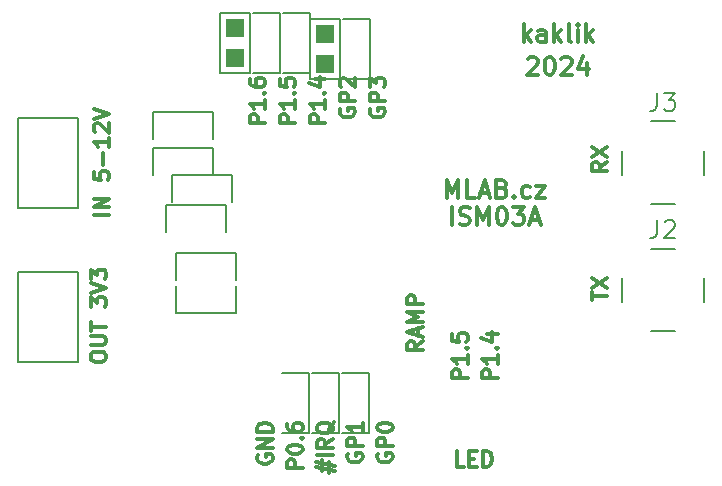
<source format=gbr>
%TF.GenerationSoftware,KiCad,Pcbnew,7.0.11+1*%
%TF.CreationDate,2024-07-13T22:37:04+00:00*%
%TF.ProjectId,ISM03,49534d30-332e-46b6-9963-61645f706362,rev?*%
%TF.SameCoordinates,Original*%
%TF.FileFunction,Legend,Top*%
%TF.FilePolarity,Positive*%
%FSLAX46Y46*%
G04 Gerber Fmt 4.6, Leading zero omitted, Abs format (unit mm)*
G04 Created by KiCad (PCBNEW 7.0.11+1) date 2024-07-13 22:37:04*
%MOMM*%
%LPD*%
G01*
G04 APERTURE LIST*
%ADD10C,0.300000*%
%ADD11C,0.150000*%
%ADD12R,1.524000X1.524000*%
G04 APERTURE END LIST*
D10*
X17085851Y35086229D02*
X15785851Y35086229D01*
X15785851Y35086229D02*
X15785851Y35581467D01*
X15785851Y35581467D02*
X15847756Y35705277D01*
X15847756Y35705277D02*
X15909661Y35767182D01*
X15909661Y35767182D02*
X16033470Y35829086D01*
X16033470Y35829086D02*
X16219185Y35829086D01*
X16219185Y35829086D02*
X16342994Y35767182D01*
X16342994Y35767182D02*
X16404899Y35705277D01*
X16404899Y35705277D02*
X16466804Y35581467D01*
X16466804Y35581467D02*
X16466804Y35086229D01*
X17085851Y37067182D02*
X17085851Y36324325D01*
X17085851Y36695753D02*
X15785851Y36695753D01*
X15785851Y36695753D02*
X15971566Y36571944D01*
X15971566Y36571944D02*
X16095375Y36448134D01*
X16095375Y36448134D02*
X16157280Y36324325D01*
X16962042Y37624324D02*
X17023947Y37686229D01*
X17023947Y37686229D02*
X17085851Y37624324D01*
X17085851Y37624324D02*
X17023947Y37562420D01*
X17023947Y37562420D02*
X16962042Y37624324D01*
X16962042Y37624324D02*
X17085851Y37624324D01*
X15785851Y38800515D02*
X15785851Y38552896D01*
X15785851Y38552896D02*
X15847756Y38429087D01*
X15847756Y38429087D02*
X15909661Y38367182D01*
X15909661Y38367182D02*
X16095375Y38243372D01*
X16095375Y38243372D02*
X16342994Y38181468D01*
X16342994Y38181468D02*
X16838232Y38181468D01*
X16838232Y38181468D02*
X16962042Y38243372D01*
X16962042Y38243372D02*
X17023947Y38305277D01*
X17023947Y38305277D02*
X17085851Y38429087D01*
X17085851Y38429087D02*
X17085851Y38676706D01*
X17085851Y38676706D02*
X17023947Y38800515D01*
X17023947Y38800515D02*
X16962042Y38862420D01*
X16962042Y38862420D02*
X16838232Y38924325D01*
X16838232Y38924325D02*
X16528708Y38924325D01*
X16528708Y38924325D02*
X16404899Y38862420D01*
X16404899Y38862420D02*
X16342994Y38800515D01*
X16342994Y38800515D02*
X16281089Y38676706D01*
X16281089Y38676706D02*
X16281089Y38429087D01*
X16281089Y38429087D02*
X16342994Y38305277D01*
X16342994Y38305277D02*
X16404899Y38243372D01*
X16404899Y38243372D02*
X16528708Y38181468D01*
X19625851Y35086229D02*
X18325851Y35086229D01*
X18325851Y35086229D02*
X18325851Y35581467D01*
X18325851Y35581467D02*
X18387756Y35705277D01*
X18387756Y35705277D02*
X18449661Y35767182D01*
X18449661Y35767182D02*
X18573470Y35829086D01*
X18573470Y35829086D02*
X18759185Y35829086D01*
X18759185Y35829086D02*
X18882994Y35767182D01*
X18882994Y35767182D02*
X18944899Y35705277D01*
X18944899Y35705277D02*
X19006804Y35581467D01*
X19006804Y35581467D02*
X19006804Y35086229D01*
X19625851Y37067182D02*
X19625851Y36324325D01*
X19625851Y36695753D02*
X18325851Y36695753D01*
X18325851Y36695753D02*
X18511566Y36571944D01*
X18511566Y36571944D02*
X18635375Y36448134D01*
X18635375Y36448134D02*
X18697280Y36324325D01*
X19502042Y37624324D02*
X19563947Y37686229D01*
X19563947Y37686229D02*
X19625851Y37624324D01*
X19625851Y37624324D02*
X19563947Y37562420D01*
X19563947Y37562420D02*
X19502042Y37624324D01*
X19502042Y37624324D02*
X19625851Y37624324D01*
X18325851Y38862420D02*
X18325851Y38243372D01*
X18325851Y38243372D02*
X18944899Y38181468D01*
X18944899Y38181468D02*
X18882994Y38243372D01*
X18882994Y38243372D02*
X18821089Y38367182D01*
X18821089Y38367182D02*
X18821089Y38676706D01*
X18821089Y38676706D02*
X18882994Y38800515D01*
X18882994Y38800515D02*
X18944899Y38862420D01*
X18944899Y38862420D02*
X19068708Y38924325D01*
X19068708Y38924325D02*
X19378232Y38924325D01*
X19378232Y38924325D02*
X19502042Y38862420D01*
X19502042Y38862420D02*
X19563947Y38800515D01*
X19563947Y38800515D02*
X19625851Y38676706D01*
X19625851Y38676706D02*
X19625851Y38367182D01*
X19625851Y38367182D02*
X19563947Y38243372D01*
X19563947Y38243372D02*
X19502042Y38181468D01*
X22165851Y35086229D02*
X20865851Y35086229D01*
X20865851Y35086229D02*
X20865851Y35581467D01*
X20865851Y35581467D02*
X20927756Y35705277D01*
X20927756Y35705277D02*
X20989661Y35767182D01*
X20989661Y35767182D02*
X21113470Y35829086D01*
X21113470Y35829086D02*
X21299185Y35829086D01*
X21299185Y35829086D02*
X21422994Y35767182D01*
X21422994Y35767182D02*
X21484899Y35705277D01*
X21484899Y35705277D02*
X21546804Y35581467D01*
X21546804Y35581467D02*
X21546804Y35086229D01*
X22165851Y37067182D02*
X22165851Y36324325D01*
X22165851Y36695753D02*
X20865851Y36695753D01*
X20865851Y36695753D02*
X21051566Y36571944D01*
X21051566Y36571944D02*
X21175375Y36448134D01*
X21175375Y36448134D02*
X21237280Y36324325D01*
X22042042Y37624324D02*
X22103947Y37686229D01*
X22103947Y37686229D02*
X22165851Y37624324D01*
X22165851Y37624324D02*
X22103947Y37562420D01*
X22103947Y37562420D02*
X22042042Y37624324D01*
X22042042Y37624324D02*
X22165851Y37624324D01*
X21299185Y38800515D02*
X22165851Y38800515D01*
X20803947Y38490991D02*
X21732518Y38181468D01*
X21732518Y38181468D02*
X21732518Y38986229D01*
X23467756Y36324325D02*
X23405851Y36200515D01*
X23405851Y36200515D02*
X23405851Y36014801D01*
X23405851Y36014801D02*
X23467756Y35829087D01*
X23467756Y35829087D02*
X23591566Y35705277D01*
X23591566Y35705277D02*
X23715375Y35643372D01*
X23715375Y35643372D02*
X23962994Y35581468D01*
X23962994Y35581468D02*
X24148708Y35581468D01*
X24148708Y35581468D02*
X24396327Y35643372D01*
X24396327Y35643372D02*
X24520137Y35705277D01*
X24520137Y35705277D02*
X24643947Y35829087D01*
X24643947Y35829087D02*
X24705851Y36014801D01*
X24705851Y36014801D02*
X24705851Y36138610D01*
X24705851Y36138610D02*
X24643947Y36324325D01*
X24643947Y36324325D02*
X24582042Y36386229D01*
X24582042Y36386229D02*
X24148708Y36386229D01*
X24148708Y36386229D02*
X24148708Y36138610D01*
X24705851Y36943372D02*
X23405851Y36943372D01*
X23405851Y36943372D02*
X23405851Y37438610D01*
X23405851Y37438610D02*
X23467756Y37562420D01*
X23467756Y37562420D02*
X23529661Y37624325D01*
X23529661Y37624325D02*
X23653470Y37686229D01*
X23653470Y37686229D02*
X23839185Y37686229D01*
X23839185Y37686229D02*
X23962994Y37624325D01*
X23962994Y37624325D02*
X24024899Y37562420D01*
X24024899Y37562420D02*
X24086804Y37438610D01*
X24086804Y37438610D02*
X24086804Y36943372D01*
X23529661Y38181468D02*
X23467756Y38243372D01*
X23467756Y38243372D02*
X23405851Y38367182D01*
X23405851Y38367182D02*
X23405851Y38676706D01*
X23405851Y38676706D02*
X23467756Y38800515D01*
X23467756Y38800515D02*
X23529661Y38862420D01*
X23529661Y38862420D02*
X23653470Y38924325D01*
X23653470Y38924325D02*
X23777280Y38924325D01*
X23777280Y38924325D02*
X23962994Y38862420D01*
X23962994Y38862420D02*
X24705851Y38119563D01*
X24705851Y38119563D02*
X24705851Y38924325D01*
X26007756Y36324325D02*
X25945851Y36200515D01*
X25945851Y36200515D02*
X25945851Y36014801D01*
X25945851Y36014801D02*
X26007756Y35829087D01*
X26007756Y35829087D02*
X26131566Y35705277D01*
X26131566Y35705277D02*
X26255375Y35643372D01*
X26255375Y35643372D02*
X26502994Y35581468D01*
X26502994Y35581468D02*
X26688708Y35581468D01*
X26688708Y35581468D02*
X26936327Y35643372D01*
X26936327Y35643372D02*
X27060137Y35705277D01*
X27060137Y35705277D02*
X27183947Y35829087D01*
X27183947Y35829087D02*
X27245851Y36014801D01*
X27245851Y36014801D02*
X27245851Y36138610D01*
X27245851Y36138610D02*
X27183947Y36324325D01*
X27183947Y36324325D02*
X27122042Y36386229D01*
X27122042Y36386229D02*
X26688708Y36386229D01*
X26688708Y36386229D02*
X26688708Y36138610D01*
X27245851Y36943372D02*
X25945851Y36943372D01*
X25945851Y36943372D02*
X25945851Y37438610D01*
X25945851Y37438610D02*
X26007756Y37562420D01*
X26007756Y37562420D02*
X26069661Y37624325D01*
X26069661Y37624325D02*
X26193470Y37686229D01*
X26193470Y37686229D02*
X26379185Y37686229D01*
X26379185Y37686229D02*
X26502994Y37624325D01*
X26502994Y37624325D02*
X26564899Y37562420D01*
X26564899Y37562420D02*
X26626804Y37438610D01*
X26626804Y37438610D02*
X26626804Y36943372D01*
X25945851Y38119563D02*
X25945851Y38924325D01*
X25945851Y38924325D02*
X26441089Y38490991D01*
X26441089Y38490991D02*
X26441089Y38676706D01*
X26441089Y38676706D02*
X26502994Y38800515D01*
X26502994Y38800515D02*
X26564899Y38862420D01*
X26564899Y38862420D02*
X26688708Y38924325D01*
X26688708Y38924325D02*
X26998232Y38924325D01*
X26998232Y38924325D02*
X27122042Y38862420D01*
X27122042Y38862420D02*
X27183947Y38800515D01*
X27183947Y38800515D02*
X27245851Y38676706D01*
X27245851Y38676706D02*
X27245851Y38305277D01*
X27245851Y38305277D02*
X27183947Y38181468D01*
X27183947Y38181468D02*
X27122042Y38119563D01*
X16482756Y6990515D02*
X16420851Y6866705D01*
X16420851Y6866705D02*
X16420851Y6680991D01*
X16420851Y6680991D02*
X16482756Y6495277D01*
X16482756Y6495277D02*
X16606566Y6371467D01*
X16606566Y6371467D02*
X16730375Y6309562D01*
X16730375Y6309562D02*
X16977994Y6247658D01*
X16977994Y6247658D02*
X17163708Y6247658D01*
X17163708Y6247658D02*
X17411327Y6309562D01*
X17411327Y6309562D02*
X17535137Y6371467D01*
X17535137Y6371467D02*
X17658947Y6495277D01*
X17658947Y6495277D02*
X17720851Y6680991D01*
X17720851Y6680991D02*
X17720851Y6804800D01*
X17720851Y6804800D02*
X17658947Y6990515D01*
X17658947Y6990515D02*
X17597042Y7052419D01*
X17597042Y7052419D02*
X17163708Y7052419D01*
X17163708Y7052419D02*
X17163708Y6804800D01*
X17720851Y7609562D02*
X16420851Y7609562D01*
X16420851Y7609562D02*
X17720851Y8352419D01*
X17720851Y8352419D02*
X16420851Y8352419D01*
X17720851Y8971467D02*
X16420851Y8971467D01*
X16420851Y8971467D02*
X16420851Y9280991D01*
X16420851Y9280991D02*
X16482756Y9466705D01*
X16482756Y9466705D02*
X16606566Y9590515D01*
X16606566Y9590515D02*
X16730375Y9652420D01*
X16730375Y9652420D02*
X16977994Y9714324D01*
X16977994Y9714324D02*
X17163708Y9714324D01*
X17163708Y9714324D02*
X17411327Y9652420D01*
X17411327Y9652420D02*
X17535137Y9590515D01*
X17535137Y9590515D02*
X17658947Y9466705D01*
X17658947Y9466705D02*
X17720851Y9280991D01*
X17720851Y9280991D02*
X17720851Y8971467D01*
X20260851Y5876229D02*
X18960851Y5876229D01*
X18960851Y5876229D02*
X18960851Y6371467D01*
X18960851Y6371467D02*
X19022756Y6495277D01*
X19022756Y6495277D02*
X19084661Y6557182D01*
X19084661Y6557182D02*
X19208470Y6619086D01*
X19208470Y6619086D02*
X19394185Y6619086D01*
X19394185Y6619086D02*
X19517994Y6557182D01*
X19517994Y6557182D02*
X19579899Y6495277D01*
X19579899Y6495277D02*
X19641804Y6371467D01*
X19641804Y6371467D02*
X19641804Y5876229D01*
X18960851Y7423848D02*
X18960851Y7547658D01*
X18960851Y7547658D02*
X19022756Y7671467D01*
X19022756Y7671467D02*
X19084661Y7733372D01*
X19084661Y7733372D02*
X19208470Y7795277D01*
X19208470Y7795277D02*
X19456089Y7857182D01*
X19456089Y7857182D02*
X19765613Y7857182D01*
X19765613Y7857182D02*
X20013232Y7795277D01*
X20013232Y7795277D02*
X20137042Y7733372D01*
X20137042Y7733372D02*
X20198947Y7671467D01*
X20198947Y7671467D02*
X20260851Y7547658D01*
X20260851Y7547658D02*
X20260851Y7423848D01*
X20260851Y7423848D02*
X20198947Y7300039D01*
X20198947Y7300039D02*
X20137042Y7238134D01*
X20137042Y7238134D02*
X20013232Y7176229D01*
X20013232Y7176229D02*
X19765613Y7114325D01*
X19765613Y7114325D02*
X19456089Y7114325D01*
X19456089Y7114325D02*
X19208470Y7176229D01*
X19208470Y7176229D02*
X19084661Y7238134D01*
X19084661Y7238134D02*
X19022756Y7300039D01*
X19022756Y7300039D02*
X18960851Y7423848D01*
X20137042Y8414324D02*
X20198947Y8476229D01*
X20198947Y8476229D02*
X20260851Y8414324D01*
X20260851Y8414324D02*
X20198947Y8352420D01*
X20198947Y8352420D02*
X20137042Y8414324D01*
X20137042Y8414324D02*
X20260851Y8414324D01*
X18960851Y9590515D02*
X18960851Y9342896D01*
X18960851Y9342896D02*
X19022756Y9219087D01*
X19022756Y9219087D02*
X19084661Y9157182D01*
X19084661Y9157182D02*
X19270375Y9033372D01*
X19270375Y9033372D02*
X19517994Y8971468D01*
X19517994Y8971468D02*
X20013232Y8971468D01*
X20013232Y8971468D02*
X20137042Y9033372D01*
X20137042Y9033372D02*
X20198947Y9095277D01*
X20198947Y9095277D02*
X20260851Y9219087D01*
X20260851Y9219087D02*
X20260851Y9466706D01*
X20260851Y9466706D02*
X20198947Y9590515D01*
X20198947Y9590515D02*
X20137042Y9652420D01*
X20137042Y9652420D02*
X20013232Y9714325D01*
X20013232Y9714325D02*
X19703708Y9714325D01*
X19703708Y9714325D02*
X19579899Y9652420D01*
X19579899Y9652420D02*
X19517994Y9590515D01*
X19517994Y9590515D02*
X19456089Y9466706D01*
X19456089Y9466706D02*
X19456089Y9219087D01*
X19456089Y9219087D02*
X19517994Y9095277D01*
X19517994Y9095277D02*
X19579899Y9033372D01*
X19579899Y9033372D02*
X19703708Y8971468D01*
X21934185Y5628610D02*
X21934185Y6557181D01*
X21377042Y6000038D02*
X23048470Y5628610D01*
X22491327Y6433371D02*
X22491327Y5504800D01*
X23048470Y6061943D02*
X21377042Y6433371D01*
X22800851Y6990514D02*
X21500851Y6990514D01*
X22800851Y8352419D02*
X22181804Y7919086D01*
X22800851Y7609562D02*
X21500851Y7609562D01*
X21500851Y7609562D02*
X21500851Y8104800D01*
X21500851Y8104800D02*
X21562756Y8228610D01*
X21562756Y8228610D02*
X21624661Y8290515D01*
X21624661Y8290515D02*
X21748470Y8352419D01*
X21748470Y8352419D02*
X21934185Y8352419D01*
X21934185Y8352419D02*
X22057994Y8290515D01*
X22057994Y8290515D02*
X22119899Y8228610D01*
X22119899Y8228610D02*
X22181804Y8104800D01*
X22181804Y8104800D02*
X22181804Y7609562D01*
X22924661Y9776229D02*
X22862756Y9652419D01*
X22862756Y9652419D02*
X22738947Y9528610D01*
X22738947Y9528610D02*
X22553232Y9342896D01*
X22553232Y9342896D02*
X22491327Y9219086D01*
X22491327Y9219086D02*
X22491327Y9095277D01*
X22800851Y9157181D02*
X22738947Y9033372D01*
X22738947Y9033372D02*
X22615137Y8909562D01*
X22615137Y8909562D02*
X22367518Y8847658D01*
X22367518Y8847658D02*
X21934185Y8847658D01*
X21934185Y8847658D02*
X21686566Y8909562D01*
X21686566Y8909562D02*
X21562756Y9033372D01*
X21562756Y9033372D02*
X21500851Y9157181D01*
X21500851Y9157181D02*
X21500851Y9404800D01*
X21500851Y9404800D02*
X21562756Y9528610D01*
X21562756Y9528610D02*
X21686566Y9652419D01*
X21686566Y9652419D02*
X21934185Y9714324D01*
X21934185Y9714324D02*
X22367518Y9714324D01*
X22367518Y9714324D02*
X22615137Y9652419D01*
X22615137Y9652419D02*
X22738947Y9528610D01*
X22738947Y9528610D02*
X22800851Y9404800D01*
X22800851Y9404800D02*
X22800851Y9157181D01*
X24102756Y7114325D02*
X24040851Y6990515D01*
X24040851Y6990515D02*
X24040851Y6804801D01*
X24040851Y6804801D02*
X24102756Y6619087D01*
X24102756Y6619087D02*
X24226566Y6495277D01*
X24226566Y6495277D02*
X24350375Y6433372D01*
X24350375Y6433372D02*
X24597994Y6371468D01*
X24597994Y6371468D02*
X24783708Y6371468D01*
X24783708Y6371468D02*
X25031327Y6433372D01*
X25031327Y6433372D02*
X25155137Y6495277D01*
X25155137Y6495277D02*
X25278947Y6619087D01*
X25278947Y6619087D02*
X25340851Y6804801D01*
X25340851Y6804801D02*
X25340851Y6928610D01*
X25340851Y6928610D02*
X25278947Y7114325D01*
X25278947Y7114325D02*
X25217042Y7176229D01*
X25217042Y7176229D02*
X24783708Y7176229D01*
X24783708Y7176229D02*
X24783708Y6928610D01*
X25340851Y7733372D02*
X24040851Y7733372D01*
X24040851Y7733372D02*
X24040851Y8228610D01*
X24040851Y8228610D02*
X24102756Y8352420D01*
X24102756Y8352420D02*
X24164661Y8414325D01*
X24164661Y8414325D02*
X24288470Y8476229D01*
X24288470Y8476229D02*
X24474185Y8476229D01*
X24474185Y8476229D02*
X24597994Y8414325D01*
X24597994Y8414325D02*
X24659899Y8352420D01*
X24659899Y8352420D02*
X24721804Y8228610D01*
X24721804Y8228610D02*
X24721804Y7733372D01*
X25340851Y9714325D02*
X25340851Y8971468D01*
X25340851Y9342896D02*
X24040851Y9342896D01*
X24040851Y9342896D02*
X24226566Y9219087D01*
X24226566Y9219087D02*
X24350375Y9095277D01*
X24350375Y9095277D02*
X24412280Y8971468D01*
X30420851Y16609324D02*
X29801804Y16175991D01*
X30420851Y15866467D02*
X29120851Y15866467D01*
X29120851Y15866467D02*
X29120851Y16361705D01*
X29120851Y16361705D02*
X29182756Y16485515D01*
X29182756Y16485515D02*
X29244661Y16547420D01*
X29244661Y16547420D02*
X29368470Y16609324D01*
X29368470Y16609324D02*
X29554185Y16609324D01*
X29554185Y16609324D02*
X29677994Y16547420D01*
X29677994Y16547420D02*
X29739899Y16485515D01*
X29739899Y16485515D02*
X29801804Y16361705D01*
X29801804Y16361705D02*
X29801804Y15866467D01*
X30049423Y17104563D02*
X30049423Y17723610D01*
X30420851Y16980753D02*
X29120851Y17414086D01*
X29120851Y17414086D02*
X30420851Y17847420D01*
X30420851Y18280753D02*
X29120851Y18280753D01*
X29120851Y18280753D02*
X30049423Y18714087D01*
X30049423Y18714087D02*
X29120851Y19147420D01*
X29120851Y19147420D02*
X30420851Y19147420D01*
X30420851Y19766467D02*
X29120851Y19766467D01*
X29120851Y19766467D02*
X29120851Y20261705D01*
X29120851Y20261705D02*
X29182756Y20385515D01*
X29182756Y20385515D02*
X29244661Y20447420D01*
X29244661Y20447420D02*
X29368470Y20509324D01*
X29368470Y20509324D02*
X29554185Y20509324D01*
X29554185Y20509324D02*
X29677994Y20447420D01*
X29677994Y20447420D02*
X29739899Y20385515D01*
X29739899Y20385515D02*
X29801804Y20261705D01*
X29801804Y20261705D02*
X29801804Y19766467D01*
X26642756Y7114325D02*
X26580851Y6990515D01*
X26580851Y6990515D02*
X26580851Y6804801D01*
X26580851Y6804801D02*
X26642756Y6619087D01*
X26642756Y6619087D02*
X26766566Y6495277D01*
X26766566Y6495277D02*
X26890375Y6433372D01*
X26890375Y6433372D02*
X27137994Y6371468D01*
X27137994Y6371468D02*
X27323708Y6371468D01*
X27323708Y6371468D02*
X27571327Y6433372D01*
X27571327Y6433372D02*
X27695137Y6495277D01*
X27695137Y6495277D02*
X27818947Y6619087D01*
X27818947Y6619087D02*
X27880851Y6804801D01*
X27880851Y6804801D02*
X27880851Y6928610D01*
X27880851Y6928610D02*
X27818947Y7114325D01*
X27818947Y7114325D02*
X27757042Y7176229D01*
X27757042Y7176229D02*
X27323708Y7176229D01*
X27323708Y7176229D02*
X27323708Y6928610D01*
X27880851Y7733372D02*
X26580851Y7733372D01*
X26580851Y7733372D02*
X26580851Y8228610D01*
X26580851Y8228610D02*
X26642756Y8352420D01*
X26642756Y8352420D02*
X26704661Y8414325D01*
X26704661Y8414325D02*
X26828470Y8476229D01*
X26828470Y8476229D02*
X27014185Y8476229D01*
X27014185Y8476229D02*
X27137994Y8414325D01*
X27137994Y8414325D02*
X27199899Y8352420D01*
X27199899Y8352420D02*
X27261804Y8228610D01*
X27261804Y8228610D02*
X27261804Y7733372D01*
X26580851Y9280991D02*
X26580851Y9404801D01*
X26580851Y9404801D02*
X26642756Y9528610D01*
X26642756Y9528610D02*
X26704661Y9590515D01*
X26704661Y9590515D02*
X26828470Y9652420D01*
X26828470Y9652420D02*
X27076089Y9714325D01*
X27076089Y9714325D02*
X27385613Y9714325D01*
X27385613Y9714325D02*
X27633232Y9652420D01*
X27633232Y9652420D02*
X27757042Y9590515D01*
X27757042Y9590515D02*
X27818947Y9528610D01*
X27818947Y9528610D02*
X27880851Y9404801D01*
X27880851Y9404801D02*
X27880851Y9280991D01*
X27880851Y9280991D02*
X27818947Y9157182D01*
X27818947Y9157182D02*
X27757042Y9095277D01*
X27757042Y9095277D02*
X27633232Y9033372D01*
X27633232Y9033372D02*
X27385613Y8971468D01*
X27385613Y8971468D02*
X27076089Y8971468D01*
X27076089Y8971468D02*
X26828470Y9033372D01*
X26828470Y9033372D02*
X26704661Y9095277D01*
X26704661Y9095277D02*
X26642756Y9157182D01*
X26642756Y9157182D02*
X26580851Y9280991D01*
X36770851Y13496229D02*
X35470851Y13496229D01*
X35470851Y13496229D02*
X35470851Y13991467D01*
X35470851Y13991467D02*
X35532756Y14115277D01*
X35532756Y14115277D02*
X35594661Y14177182D01*
X35594661Y14177182D02*
X35718470Y14239086D01*
X35718470Y14239086D02*
X35904185Y14239086D01*
X35904185Y14239086D02*
X36027994Y14177182D01*
X36027994Y14177182D02*
X36089899Y14115277D01*
X36089899Y14115277D02*
X36151804Y13991467D01*
X36151804Y13991467D02*
X36151804Y13496229D01*
X36770851Y15477182D02*
X36770851Y14734325D01*
X36770851Y15105753D02*
X35470851Y15105753D01*
X35470851Y15105753D02*
X35656566Y14981944D01*
X35656566Y14981944D02*
X35780375Y14858134D01*
X35780375Y14858134D02*
X35842280Y14734325D01*
X36647042Y16034324D02*
X36708947Y16096229D01*
X36708947Y16096229D02*
X36770851Y16034324D01*
X36770851Y16034324D02*
X36708947Y15972420D01*
X36708947Y15972420D02*
X36647042Y16034324D01*
X36647042Y16034324D02*
X36770851Y16034324D01*
X35904185Y17210515D02*
X36770851Y17210515D01*
X35408947Y16900991D02*
X36337518Y16591468D01*
X36337518Y16591468D02*
X36337518Y17396229D01*
X34230851Y13496229D02*
X32930851Y13496229D01*
X32930851Y13496229D02*
X32930851Y13991467D01*
X32930851Y13991467D02*
X32992756Y14115277D01*
X32992756Y14115277D02*
X33054661Y14177182D01*
X33054661Y14177182D02*
X33178470Y14239086D01*
X33178470Y14239086D02*
X33364185Y14239086D01*
X33364185Y14239086D02*
X33487994Y14177182D01*
X33487994Y14177182D02*
X33549899Y14115277D01*
X33549899Y14115277D02*
X33611804Y13991467D01*
X33611804Y13991467D02*
X33611804Y13496229D01*
X34230851Y15477182D02*
X34230851Y14734325D01*
X34230851Y15105753D02*
X32930851Y15105753D01*
X32930851Y15105753D02*
X33116566Y14981944D01*
X33116566Y14981944D02*
X33240375Y14858134D01*
X33240375Y14858134D02*
X33302280Y14734325D01*
X34107042Y16034324D02*
X34168947Y16096229D01*
X34168947Y16096229D02*
X34230851Y16034324D01*
X34230851Y16034324D02*
X34168947Y15972420D01*
X34168947Y15972420D02*
X34107042Y16034324D01*
X34107042Y16034324D02*
X34230851Y16034324D01*
X32930851Y17272420D02*
X32930851Y16653372D01*
X32930851Y16653372D02*
X33549899Y16591468D01*
X33549899Y16591468D02*
X33487994Y16653372D01*
X33487994Y16653372D02*
X33426089Y16777182D01*
X33426089Y16777182D02*
X33426089Y17086706D01*
X33426089Y17086706D02*
X33487994Y17210515D01*
X33487994Y17210515D02*
X33549899Y17272420D01*
X33549899Y17272420D02*
X33673708Y17334325D01*
X33673708Y17334325D02*
X33983232Y17334325D01*
X33983232Y17334325D02*
X34107042Y17272420D01*
X34107042Y17272420D02*
X34168947Y17210515D01*
X34168947Y17210515D02*
X34230851Y17086706D01*
X34230851Y17086706D02*
X34230851Y16777182D01*
X34230851Y16777182D02*
X34168947Y16653372D01*
X34168947Y16653372D02*
X34107042Y16591468D01*
X33952333Y6017507D02*
X33333285Y6017507D01*
X33333285Y6017507D02*
X33333285Y7317507D01*
X34385666Y6698459D02*
X34819000Y6698459D01*
X35004714Y6017507D02*
X34385666Y6017507D01*
X34385666Y6017507D02*
X34385666Y7317507D01*
X34385666Y7317507D02*
X35004714Y7317507D01*
X35561856Y6017507D02*
X35561856Y7317507D01*
X35561856Y7317507D02*
X35871380Y7317507D01*
X35871380Y7317507D02*
X36057094Y7255602D01*
X36057094Y7255602D02*
X36180904Y7131792D01*
X36180904Y7131792D02*
X36242809Y7007983D01*
X36242809Y7007983D02*
X36304713Y6760364D01*
X36304713Y6760364D02*
X36304713Y6574650D01*
X36304713Y6574650D02*
X36242809Y6327031D01*
X36242809Y6327031D02*
X36180904Y6203221D01*
X36180904Y6203221D02*
X36057094Y6079411D01*
X36057094Y6079411D02*
X35871380Y6017507D01*
X35871380Y6017507D02*
X35561856Y6017507D01*
X3877851Y27354073D02*
X2577851Y27354073D01*
X3877851Y27973121D02*
X2577851Y27973121D01*
X2577851Y27973121D02*
X3877851Y28715978D01*
X3877851Y28715978D02*
X2577851Y28715978D01*
X2577851Y30944550D02*
X2577851Y30325502D01*
X2577851Y30325502D02*
X3196899Y30263598D01*
X3196899Y30263598D02*
X3134994Y30325502D01*
X3134994Y30325502D02*
X3073089Y30449312D01*
X3073089Y30449312D02*
X3073089Y30758836D01*
X3073089Y30758836D02*
X3134994Y30882645D01*
X3134994Y30882645D02*
X3196899Y30944550D01*
X3196899Y30944550D02*
X3320708Y31006455D01*
X3320708Y31006455D02*
X3630232Y31006455D01*
X3630232Y31006455D02*
X3754042Y30944550D01*
X3754042Y30944550D02*
X3815947Y30882645D01*
X3815947Y30882645D02*
X3877851Y30758836D01*
X3877851Y30758836D02*
X3877851Y30449312D01*
X3877851Y30449312D02*
X3815947Y30325502D01*
X3815947Y30325502D02*
X3754042Y30263598D01*
X3382613Y31563597D02*
X3382613Y32554073D01*
X3877851Y33854074D02*
X3877851Y33111217D01*
X3877851Y33482645D02*
X2577851Y33482645D01*
X2577851Y33482645D02*
X2763566Y33358836D01*
X2763566Y33358836D02*
X2887375Y33235026D01*
X2887375Y33235026D02*
X2949280Y33111217D01*
X2701661Y34349312D02*
X2639756Y34411216D01*
X2639756Y34411216D02*
X2577851Y34535026D01*
X2577851Y34535026D02*
X2577851Y34844550D01*
X2577851Y34844550D02*
X2639756Y34968359D01*
X2639756Y34968359D02*
X2701661Y35030264D01*
X2701661Y35030264D02*
X2825470Y35092169D01*
X2825470Y35092169D02*
X2949280Y35092169D01*
X2949280Y35092169D02*
X3134994Y35030264D01*
X3134994Y35030264D02*
X3877851Y34287407D01*
X3877851Y34287407D02*
X3877851Y35092169D01*
X2577851Y35463597D02*
X3877851Y35896930D01*
X3877851Y35896930D02*
X2577851Y36330264D01*
X2323851Y15204835D02*
X2323851Y15452454D01*
X2323851Y15452454D02*
X2385756Y15576264D01*
X2385756Y15576264D02*
X2509566Y15700073D01*
X2509566Y15700073D02*
X2757185Y15761978D01*
X2757185Y15761978D02*
X3190518Y15761978D01*
X3190518Y15761978D02*
X3438137Y15700073D01*
X3438137Y15700073D02*
X3561947Y15576264D01*
X3561947Y15576264D02*
X3623851Y15452454D01*
X3623851Y15452454D02*
X3623851Y15204835D01*
X3623851Y15204835D02*
X3561947Y15081026D01*
X3561947Y15081026D02*
X3438137Y14957216D01*
X3438137Y14957216D02*
X3190518Y14895312D01*
X3190518Y14895312D02*
X2757185Y14895312D01*
X2757185Y14895312D02*
X2509566Y14957216D01*
X2509566Y14957216D02*
X2385756Y15081026D01*
X2385756Y15081026D02*
X2323851Y15204835D01*
X2323851Y16319121D02*
X3376232Y16319121D01*
X3376232Y16319121D02*
X3500042Y16381026D01*
X3500042Y16381026D02*
X3561947Y16442931D01*
X3561947Y16442931D02*
X3623851Y16566740D01*
X3623851Y16566740D02*
X3623851Y16814359D01*
X3623851Y16814359D02*
X3561947Y16938169D01*
X3561947Y16938169D02*
X3500042Y17000074D01*
X3500042Y17000074D02*
X3376232Y17061978D01*
X3376232Y17061978D02*
X2323851Y17061978D01*
X2323851Y17495312D02*
X2323851Y18238169D01*
X3623851Y17866741D02*
X2323851Y17866741D01*
X2323851Y19538169D02*
X2323851Y20342931D01*
X2323851Y20342931D02*
X2819089Y19909597D01*
X2819089Y19909597D02*
X2819089Y20095312D01*
X2819089Y20095312D02*
X2880994Y20219121D01*
X2880994Y20219121D02*
X2942899Y20281026D01*
X2942899Y20281026D02*
X3066708Y20342931D01*
X3066708Y20342931D02*
X3376232Y20342931D01*
X3376232Y20342931D02*
X3500042Y20281026D01*
X3500042Y20281026D02*
X3561947Y20219121D01*
X3561947Y20219121D02*
X3623851Y20095312D01*
X3623851Y20095312D02*
X3623851Y19723883D01*
X3623851Y19723883D02*
X3561947Y19600074D01*
X3561947Y19600074D02*
X3500042Y19538169D01*
X2323851Y20714359D02*
X3623851Y21147692D01*
X3623851Y21147692D02*
X2323851Y21581026D01*
X2323851Y21890550D02*
X2323851Y22695312D01*
X2323851Y22695312D02*
X2819089Y22261978D01*
X2819089Y22261978D02*
X2819089Y22447693D01*
X2819089Y22447693D02*
X2880994Y22571502D01*
X2880994Y22571502D02*
X2942899Y22633407D01*
X2942899Y22633407D02*
X3066708Y22695312D01*
X3066708Y22695312D02*
X3376232Y22695312D01*
X3376232Y22695312D02*
X3500042Y22633407D01*
X3500042Y22633407D02*
X3561947Y22571502D01*
X3561947Y22571502D02*
X3623851Y22447693D01*
X3623851Y22447693D02*
X3623851Y22076264D01*
X3623851Y22076264D02*
X3561947Y21952455D01*
X3561947Y21952455D02*
X3500042Y21890550D01*
X46041851Y31786645D02*
X45422804Y31353312D01*
X46041851Y31043788D02*
X44741851Y31043788D01*
X44741851Y31043788D02*
X44741851Y31539026D01*
X44741851Y31539026D02*
X44803756Y31662836D01*
X44803756Y31662836D02*
X44865661Y31724741D01*
X44865661Y31724741D02*
X44989470Y31786645D01*
X44989470Y31786645D02*
X45175185Y31786645D01*
X45175185Y31786645D02*
X45298994Y31724741D01*
X45298994Y31724741D02*
X45360899Y31662836D01*
X45360899Y31662836D02*
X45422804Y31539026D01*
X45422804Y31539026D02*
X45422804Y31043788D01*
X44741851Y32219979D02*
X46041851Y33086645D01*
X44741851Y33086645D02*
X46041851Y32219979D01*
X44741851Y20090836D02*
X44741851Y20833693D01*
X46041851Y20462265D02*
X44741851Y20462265D01*
X44741851Y21143217D02*
X46041851Y22009883D01*
X44741851Y22009883D02*
X46041851Y21143217D01*
X32923190Y26498983D02*
X32923190Y27998983D01*
X33566048Y26570411D02*
X33780334Y26498983D01*
X33780334Y26498983D02*
X34137476Y26498983D01*
X34137476Y26498983D02*
X34280334Y26570411D01*
X34280334Y26570411D02*
X34351762Y26641840D01*
X34351762Y26641840D02*
X34423191Y26784697D01*
X34423191Y26784697D02*
X34423191Y26927554D01*
X34423191Y26927554D02*
X34351762Y27070411D01*
X34351762Y27070411D02*
X34280334Y27141840D01*
X34280334Y27141840D02*
X34137476Y27213269D01*
X34137476Y27213269D02*
X33851762Y27284697D01*
X33851762Y27284697D02*
X33708905Y27356126D01*
X33708905Y27356126D02*
X33637476Y27427554D01*
X33637476Y27427554D02*
X33566048Y27570411D01*
X33566048Y27570411D02*
X33566048Y27713269D01*
X33566048Y27713269D02*
X33637476Y27856126D01*
X33637476Y27856126D02*
X33708905Y27927554D01*
X33708905Y27927554D02*
X33851762Y27998983D01*
X33851762Y27998983D02*
X34208905Y27998983D01*
X34208905Y27998983D02*
X34423191Y27927554D01*
X35066047Y26498983D02*
X35066047Y27998983D01*
X35066047Y27998983D02*
X35566047Y26927554D01*
X35566047Y26927554D02*
X36066047Y27998983D01*
X36066047Y27998983D02*
X36066047Y26498983D01*
X37066048Y27998983D02*
X37208905Y27998983D01*
X37208905Y27998983D02*
X37351762Y27927554D01*
X37351762Y27927554D02*
X37423191Y27856126D01*
X37423191Y27856126D02*
X37494619Y27713269D01*
X37494619Y27713269D02*
X37566048Y27427554D01*
X37566048Y27427554D02*
X37566048Y27070411D01*
X37566048Y27070411D02*
X37494619Y26784697D01*
X37494619Y26784697D02*
X37423191Y26641840D01*
X37423191Y26641840D02*
X37351762Y26570411D01*
X37351762Y26570411D02*
X37208905Y26498983D01*
X37208905Y26498983D02*
X37066048Y26498983D01*
X37066048Y26498983D02*
X36923191Y26570411D01*
X36923191Y26570411D02*
X36851762Y26641840D01*
X36851762Y26641840D02*
X36780333Y26784697D01*
X36780333Y26784697D02*
X36708905Y27070411D01*
X36708905Y27070411D02*
X36708905Y27427554D01*
X36708905Y27427554D02*
X36780333Y27713269D01*
X36780333Y27713269D02*
X36851762Y27856126D01*
X36851762Y27856126D02*
X36923191Y27927554D01*
X36923191Y27927554D02*
X37066048Y27998983D01*
X38066047Y27998983D02*
X38994619Y27998983D01*
X38994619Y27998983D02*
X38494619Y27427554D01*
X38494619Y27427554D02*
X38708904Y27427554D01*
X38708904Y27427554D02*
X38851762Y27356126D01*
X38851762Y27356126D02*
X38923190Y27284697D01*
X38923190Y27284697D02*
X38994619Y27141840D01*
X38994619Y27141840D02*
X38994619Y26784697D01*
X38994619Y26784697D02*
X38923190Y26641840D01*
X38923190Y26641840D02*
X38851762Y26570411D01*
X38851762Y26570411D02*
X38708904Y26498983D01*
X38708904Y26498983D02*
X38280333Y26498983D01*
X38280333Y26498983D02*
X38137476Y26570411D01*
X38137476Y26570411D02*
X38066047Y26641840D01*
X39566047Y26927554D02*
X40280333Y26927554D01*
X39423190Y26498983D02*
X39923190Y27998983D01*
X39923190Y27998983D02*
X40423190Y26498983D01*
X39328619Y40556126D02*
X39400047Y40627554D01*
X39400047Y40627554D02*
X39542905Y40698983D01*
X39542905Y40698983D02*
X39900047Y40698983D01*
X39900047Y40698983D02*
X40042905Y40627554D01*
X40042905Y40627554D02*
X40114333Y40556126D01*
X40114333Y40556126D02*
X40185762Y40413269D01*
X40185762Y40413269D02*
X40185762Y40270411D01*
X40185762Y40270411D02*
X40114333Y40056126D01*
X40114333Y40056126D02*
X39257190Y39198983D01*
X39257190Y39198983D02*
X40185762Y39198983D01*
X41114333Y40698983D02*
X41257190Y40698983D01*
X41257190Y40698983D02*
X41400047Y40627554D01*
X41400047Y40627554D02*
X41471476Y40556126D01*
X41471476Y40556126D02*
X41542904Y40413269D01*
X41542904Y40413269D02*
X41614333Y40127554D01*
X41614333Y40127554D02*
X41614333Y39770411D01*
X41614333Y39770411D02*
X41542904Y39484697D01*
X41542904Y39484697D02*
X41471476Y39341840D01*
X41471476Y39341840D02*
X41400047Y39270411D01*
X41400047Y39270411D02*
X41257190Y39198983D01*
X41257190Y39198983D02*
X41114333Y39198983D01*
X41114333Y39198983D02*
X40971476Y39270411D01*
X40971476Y39270411D02*
X40900047Y39341840D01*
X40900047Y39341840D02*
X40828618Y39484697D01*
X40828618Y39484697D02*
X40757190Y39770411D01*
X40757190Y39770411D02*
X40757190Y40127554D01*
X40757190Y40127554D02*
X40828618Y40413269D01*
X40828618Y40413269D02*
X40900047Y40556126D01*
X40900047Y40556126D02*
X40971476Y40627554D01*
X40971476Y40627554D02*
X41114333Y40698983D01*
X42185761Y40556126D02*
X42257189Y40627554D01*
X42257189Y40627554D02*
X42400047Y40698983D01*
X42400047Y40698983D02*
X42757189Y40698983D01*
X42757189Y40698983D02*
X42900047Y40627554D01*
X42900047Y40627554D02*
X42971475Y40556126D01*
X42971475Y40556126D02*
X43042904Y40413269D01*
X43042904Y40413269D02*
X43042904Y40270411D01*
X43042904Y40270411D02*
X42971475Y40056126D01*
X42971475Y40056126D02*
X42114332Y39198983D01*
X42114332Y39198983D02*
X43042904Y39198983D01*
X44328618Y40198983D02*
X44328618Y39198983D01*
X43971475Y40770411D02*
X43614332Y39698983D01*
X43614332Y39698983D02*
X44542903Y39698983D01*
X39007189Y41992983D02*
X39007189Y43492983D01*
X39150047Y42564411D02*
X39578618Y41992983D01*
X39578618Y42992983D02*
X39007189Y42421554D01*
X40864333Y41992983D02*
X40864333Y42778697D01*
X40864333Y42778697D02*
X40792904Y42921554D01*
X40792904Y42921554D02*
X40650047Y42992983D01*
X40650047Y42992983D02*
X40364333Y42992983D01*
X40364333Y42992983D02*
X40221475Y42921554D01*
X40864333Y42064411D02*
X40721475Y41992983D01*
X40721475Y41992983D02*
X40364333Y41992983D01*
X40364333Y41992983D02*
X40221475Y42064411D01*
X40221475Y42064411D02*
X40150047Y42207269D01*
X40150047Y42207269D02*
X40150047Y42350126D01*
X40150047Y42350126D02*
X40221475Y42492983D01*
X40221475Y42492983D02*
X40364333Y42564411D01*
X40364333Y42564411D02*
X40721475Y42564411D01*
X40721475Y42564411D02*
X40864333Y42635840D01*
X41578618Y41992983D02*
X41578618Y43492983D01*
X41721476Y42564411D02*
X42150047Y41992983D01*
X42150047Y42992983D02*
X41578618Y42421554D01*
X43007190Y41992983D02*
X42864333Y42064411D01*
X42864333Y42064411D02*
X42792904Y42207269D01*
X42792904Y42207269D02*
X42792904Y43492983D01*
X43578618Y41992983D02*
X43578618Y42992983D01*
X43578618Y43492983D02*
X43507190Y43421554D01*
X43507190Y43421554D02*
X43578618Y43350126D01*
X43578618Y43350126D02*
X43650047Y43421554D01*
X43650047Y43421554D02*
X43578618Y43492983D01*
X43578618Y43492983D02*
X43578618Y43350126D01*
X44292904Y41992983D02*
X44292904Y43492983D01*
X44435762Y42564411D02*
X44864333Y41992983D01*
X44864333Y42992983D02*
X44292904Y42421554D01*
X32458903Y28784983D02*
X32458903Y30284983D01*
X32458903Y30284983D02*
X32958903Y29213554D01*
X32958903Y29213554D02*
X33458903Y30284983D01*
X33458903Y30284983D02*
X33458903Y28784983D01*
X34887475Y28784983D02*
X34173189Y28784983D01*
X34173189Y28784983D02*
X34173189Y30284983D01*
X35316047Y29213554D02*
X36030333Y29213554D01*
X35173190Y28784983D02*
X35673190Y30284983D01*
X35673190Y30284983D02*
X36173190Y28784983D01*
X37173189Y29570697D02*
X37387475Y29499269D01*
X37387475Y29499269D02*
X37458904Y29427840D01*
X37458904Y29427840D02*
X37530332Y29284983D01*
X37530332Y29284983D02*
X37530332Y29070697D01*
X37530332Y29070697D02*
X37458904Y28927840D01*
X37458904Y28927840D02*
X37387475Y28856411D01*
X37387475Y28856411D02*
X37244618Y28784983D01*
X37244618Y28784983D02*
X36673189Y28784983D01*
X36673189Y28784983D02*
X36673189Y30284983D01*
X36673189Y30284983D02*
X37173189Y30284983D01*
X37173189Y30284983D02*
X37316047Y30213554D01*
X37316047Y30213554D02*
X37387475Y30142126D01*
X37387475Y30142126D02*
X37458904Y29999269D01*
X37458904Y29999269D02*
X37458904Y29856411D01*
X37458904Y29856411D02*
X37387475Y29713554D01*
X37387475Y29713554D02*
X37316047Y29642126D01*
X37316047Y29642126D02*
X37173189Y29570697D01*
X37173189Y29570697D02*
X36673189Y29570697D01*
X38173189Y28927840D02*
X38244618Y28856411D01*
X38244618Y28856411D02*
X38173189Y28784983D01*
X38173189Y28784983D02*
X38101761Y28856411D01*
X38101761Y28856411D02*
X38173189Y28927840D01*
X38173189Y28927840D02*
X38173189Y28784983D01*
X39530333Y28856411D02*
X39387475Y28784983D01*
X39387475Y28784983D02*
X39101761Y28784983D01*
X39101761Y28784983D02*
X38958904Y28856411D01*
X38958904Y28856411D02*
X38887475Y28927840D01*
X38887475Y28927840D02*
X38816047Y29070697D01*
X38816047Y29070697D02*
X38816047Y29499269D01*
X38816047Y29499269D02*
X38887475Y29642126D01*
X38887475Y29642126D02*
X38958904Y29713554D01*
X38958904Y29713554D02*
X39101761Y29784983D01*
X39101761Y29784983D02*
X39387475Y29784983D01*
X39387475Y29784983D02*
X39530333Y29713554D01*
X40030332Y29784983D02*
X40816047Y29784983D01*
X40816047Y29784983D02*
X40030332Y28784983D01*
X40030332Y28784983D02*
X40816047Y28784983D01*
D11*
X50290047Y37663183D02*
X50290047Y36591754D01*
X50290047Y36591754D02*
X50218618Y36377469D01*
X50218618Y36377469D02*
X50075761Y36234611D01*
X50075761Y36234611D02*
X49861475Y36163183D01*
X49861475Y36163183D02*
X49718618Y36163183D01*
X50861475Y37663183D02*
X51790047Y37663183D01*
X51790047Y37663183D02*
X51290047Y37091754D01*
X51290047Y37091754D02*
X51504332Y37091754D01*
X51504332Y37091754D02*
X51647190Y37020326D01*
X51647190Y37020326D02*
X51718618Y36948897D01*
X51718618Y36948897D02*
X51790047Y36806040D01*
X51790047Y36806040D02*
X51790047Y36448897D01*
X51790047Y36448897D02*
X51718618Y36306040D01*
X51718618Y36306040D02*
X51647190Y36234611D01*
X51647190Y36234611D02*
X51504332Y36163183D01*
X51504332Y36163183D02*
X51075761Y36163183D01*
X51075761Y36163183D02*
X50932904Y36234611D01*
X50932904Y36234611D02*
X50861475Y36306040D01*
X50290047Y26868183D02*
X50290047Y25796754D01*
X50290047Y25796754D02*
X50218618Y25582469D01*
X50218618Y25582469D02*
X50075761Y25439611D01*
X50075761Y25439611D02*
X49861475Y25368183D01*
X49861475Y25368183D02*
X49718618Y25368183D01*
X50932904Y26725326D02*
X51004332Y26796754D01*
X51004332Y26796754D02*
X51147190Y26868183D01*
X51147190Y26868183D02*
X51504332Y26868183D01*
X51504332Y26868183D02*
X51647190Y26796754D01*
X51647190Y26796754D02*
X51718618Y26725326D01*
X51718618Y26725326D02*
X51790047Y26582469D01*
X51790047Y26582469D02*
X51790047Y26439611D01*
X51790047Y26439611D02*
X51718618Y26225326D01*
X51718618Y26225326D02*
X50861475Y25368183D01*
X50861475Y25368183D02*
X51790047Y25368183D01*
%TO.C,J17*%
X25871000Y8903500D02*
X23585000Y8903500D01*
X23585000Y13983500D02*
X25871000Y13983500D01*
X25871000Y13983500D02*
X25871000Y8903500D01*
%TO.C,J24*%
X15838000Y39320000D02*
X13298000Y39320000D01*
X15838000Y44400000D02*
X15838000Y39320000D01*
X13298000Y39320000D02*
X13298000Y44400000D01*
X13298000Y44400000D02*
X15838000Y44400000D01*
%TO.C,J25*%
X23458000Y38812000D02*
X20918000Y38812000D01*
X23458000Y43892000D02*
X23458000Y38812000D01*
X20918000Y38812000D02*
X20918000Y43892000D01*
X20918000Y43892000D02*
X23458000Y43892000D01*
%TO.C,J1*%
X-3819953Y35559311D02*
X1260047Y35559311D01*
X-3819953Y27939311D02*
X-3819953Y35559311D01*
X1260047Y35559311D02*
X1260047Y27939311D01*
X1260047Y27939311D02*
X-3819953Y27939311D01*
%TO.C,J4*%
X-3819953Y22478311D02*
X1260047Y22478311D01*
X-3819953Y14858311D02*
X-3819953Y22478311D01*
X1260047Y22478311D02*
X1260047Y14858311D01*
X1260047Y14858311D02*
X-3819953Y14858311D01*
%TO.C,J13*%
X14605000Y24130000D02*
X14605000Y21844000D01*
X9525000Y21844000D02*
X9525000Y24130000D01*
X9525000Y24130000D02*
X14605000Y24130000D01*
%TO.C,J14*%
X14314000Y30684000D02*
X14314000Y28398000D01*
X9234000Y28398000D02*
X9234000Y30684000D01*
X9234000Y30684000D02*
X14314000Y30684000D01*
%TO.C,J19*%
X9525000Y19050000D02*
X9525000Y21336000D01*
X14605000Y21336000D02*
X14605000Y19050000D01*
X14605000Y19050000D02*
X9525000Y19050000D01*
%TO.C,J20*%
X23331000Y8903500D02*
X21045000Y8903500D01*
X21045000Y13983500D02*
X23331000Y13983500D01*
X23331000Y13983500D02*
X23331000Y8903500D01*
%TO.C,J21*%
X20791000Y8903500D02*
X18505000Y8903500D01*
X18505000Y13983500D02*
X20791000Y13983500D01*
X20791000Y13983500D02*
X20791000Y8903500D01*
%TO.C,J3*%
X47290047Y32765311D02*
X47290047Y30733311D01*
X49774047Y28274711D02*
X51806047Y28274711D01*
X51806047Y35249311D02*
X49774047Y35249311D01*
X54290047Y30733311D02*
X54290047Y32765311D01*
%TO.C,J26*%
X12700000Y33020000D02*
X12700000Y30734000D01*
X7620000Y30734000D02*
X7620000Y33020000D01*
X7620000Y33020000D02*
X12700000Y33020000D01*
%TO.C,J22*%
X18378000Y39369311D02*
X16092000Y39369311D01*
X16092000Y44449311D02*
X18378000Y44449311D01*
X18378000Y44449311D02*
X18378000Y39369311D01*
%TO.C,J16*%
X12700000Y36018000D02*
X12700000Y33732000D01*
X7620000Y33732000D02*
X7620000Y36018000D01*
X7620000Y36018000D02*
X12700000Y36018000D01*
%TO.C,J15*%
X13756689Y28144000D02*
X13756689Y25858000D01*
X8676689Y25858000D02*
X8676689Y28144000D01*
X8676689Y28144000D02*
X13756689Y28144000D01*
%TO.C,J23*%
X20918000Y39369311D02*
X18632000Y39369311D01*
X18632000Y44449311D02*
X20918000Y44449311D01*
X20918000Y44449311D02*
X20918000Y39369311D01*
%TO.C,J2*%
X47290047Y21970311D02*
X47290047Y19938311D01*
X49774047Y17479711D02*
X51806047Y17479711D01*
X51806047Y24454311D02*
X49774047Y24454311D01*
X54290047Y19938311D02*
X54290047Y21970311D01*
%TO.C,J5*%
X25998000Y38812000D02*
X23712000Y38812000D01*
X23712000Y43892000D02*
X25998000Y43892000D01*
X25998000Y43892000D02*
X25998000Y38812000D01*
%TD*%
D12*
%TO.C,J24*%
X14568000Y40590000D03*
X14568000Y43130000D03*
%TD*%
%TO.C,J25*%
X22188000Y40082000D03*
X22188000Y42622000D03*
%TD*%
M02*

</source>
